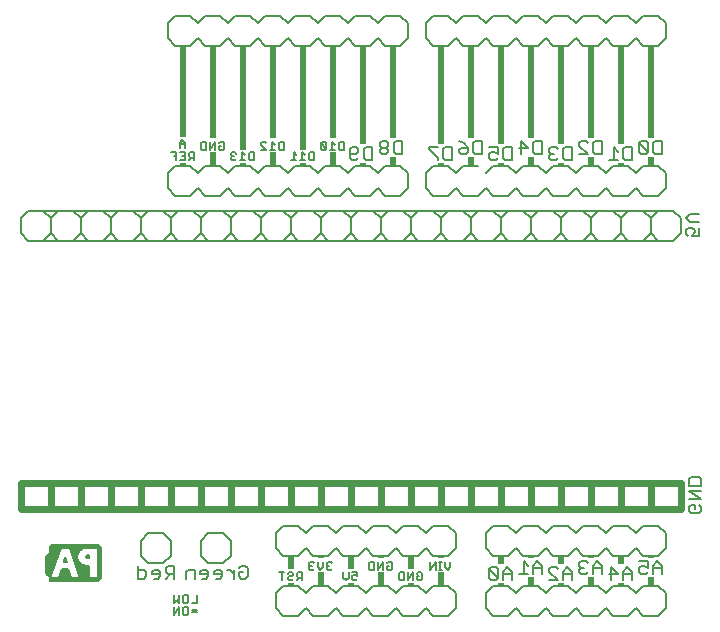
<source format=gbo>
G75*
G70*
%OFA0B0*%
%FSLAX24Y24*%
%IPPOS*%
%LPD*%
%AMOC8*
5,1,8,0,0,1.08239X$1,22.5*
%
%ADD10C,0.0080*%
%ADD11C,0.0220*%
%ADD12C,0.0240*%
%ADD13C,0.0050*%
%ADD14R,0.0200X0.0450*%
%ADD15R,0.0200X0.0100*%
%ADD16C,0.0070*%
%ADD17R,0.0200X0.0300*%
%ADD18R,0.0200X0.3100*%
%ADD19R,0.0200X0.3300*%
%ADD20R,0.0200X0.3500*%
%ADD21R,0.0200X0.3050*%
D10*
X004631Y002294D02*
X004841Y002294D01*
X004911Y002364D01*
X004911Y002504D01*
X004841Y002575D01*
X004631Y002575D01*
X004631Y002715D02*
X004631Y002294D01*
X005091Y002434D02*
X005371Y002434D01*
X005371Y002364D02*
X005371Y002504D01*
X005301Y002575D01*
X005161Y002575D01*
X005091Y002504D01*
X005091Y002434D01*
X005161Y002294D02*
X005301Y002294D01*
X005371Y002364D01*
X005551Y002294D02*
X005692Y002434D01*
X005622Y002434D02*
X005832Y002434D01*
X005832Y002294D02*
X005832Y002715D01*
X005622Y002715D01*
X005551Y002645D01*
X005551Y002504D01*
X005622Y002434D01*
X005472Y002804D02*
X004972Y002804D01*
X004722Y003054D01*
X004722Y003554D01*
X004972Y003804D01*
X005472Y003804D01*
X005722Y003554D01*
X005722Y003054D01*
X005472Y002804D01*
X006237Y002504D02*
X006237Y002294D01*
X006237Y002504D02*
X006307Y002575D01*
X006517Y002575D01*
X006517Y002294D01*
X006697Y002434D02*
X006977Y002434D01*
X006977Y002364D02*
X006977Y002504D01*
X006907Y002575D01*
X006767Y002575D01*
X006697Y002504D01*
X006697Y002434D01*
X006767Y002294D02*
X006907Y002294D01*
X006977Y002364D01*
X007158Y002434D02*
X007438Y002434D01*
X007438Y002364D02*
X007438Y002504D01*
X007368Y002575D01*
X007228Y002575D01*
X007158Y002504D01*
X007158Y002434D01*
X007228Y002294D02*
X007368Y002294D01*
X007438Y002364D01*
X007611Y002575D02*
X007681Y002575D01*
X007821Y002434D01*
X007821Y002294D02*
X007821Y002575D01*
X008001Y002645D02*
X008072Y002715D01*
X008212Y002715D01*
X008282Y002645D01*
X008282Y002364D01*
X008212Y002294D01*
X008072Y002294D01*
X008001Y002364D01*
X008001Y002504D01*
X008142Y002504D01*
X007722Y003054D02*
X007472Y002804D01*
X006972Y002804D01*
X006722Y003054D01*
X006722Y003554D01*
X006972Y003804D01*
X007472Y003804D01*
X007722Y003554D01*
X007722Y003054D01*
X009222Y003304D02*
X009472Y003054D01*
X009972Y003054D01*
X010222Y003304D01*
X010472Y003054D01*
X010972Y003054D01*
X011222Y003304D01*
X011472Y003054D01*
X011972Y003054D01*
X012222Y003304D01*
X012472Y003054D01*
X012972Y003054D01*
X013222Y003304D01*
X013472Y003054D01*
X013972Y003054D01*
X014222Y003304D01*
X014472Y003054D01*
X014972Y003054D01*
X015222Y003304D01*
X015222Y003804D01*
X014972Y004054D01*
X014472Y004054D01*
X014222Y003804D01*
X013972Y004054D01*
X013472Y004054D01*
X013222Y003804D01*
X012972Y004054D01*
X012472Y004054D01*
X012222Y003804D01*
X011972Y004054D01*
X011472Y004054D01*
X011222Y003804D01*
X010972Y004054D01*
X010472Y004054D01*
X010222Y003804D01*
X009972Y004054D01*
X009472Y004054D01*
X009222Y003804D01*
X009222Y003304D01*
X009472Y002054D02*
X009222Y001804D01*
X009222Y001304D01*
X009472Y001054D01*
X009972Y001054D01*
X010222Y001304D01*
X010472Y001054D01*
X010972Y001054D01*
X011222Y001304D01*
X011472Y001054D01*
X011972Y001054D01*
X012222Y001304D01*
X012472Y001054D01*
X012972Y001054D01*
X013222Y001304D01*
X013472Y001054D01*
X013972Y001054D01*
X014222Y001304D01*
X014472Y001054D01*
X014972Y001054D01*
X015222Y001304D01*
X015222Y001804D01*
X014972Y002054D01*
X014472Y002054D01*
X014222Y001804D01*
X013972Y002054D01*
X013472Y002054D01*
X013222Y001804D01*
X012972Y002054D01*
X012472Y002054D01*
X012222Y001804D01*
X011972Y002054D01*
X011472Y002054D01*
X011222Y001804D01*
X010972Y002054D01*
X010472Y002054D01*
X010222Y001804D01*
X009972Y002054D01*
X009472Y002054D01*
X016222Y001804D02*
X016222Y001304D01*
X016472Y001054D01*
X016972Y001054D01*
X017222Y001304D01*
X017472Y001054D01*
X017972Y001054D01*
X018222Y001304D01*
X018472Y001054D01*
X018972Y001054D01*
X019222Y001304D01*
X019472Y001054D01*
X019972Y001054D01*
X020222Y001304D01*
X020472Y001054D01*
X020972Y001054D01*
X021222Y001304D01*
X021472Y001054D01*
X021972Y001054D01*
X022222Y001304D01*
X022222Y001804D01*
X021972Y002054D01*
X021472Y002054D01*
X021222Y001804D01*
X020972Y002054D01*
X020472Y002054D01*
X020222Y001804D01*
X019972Y002054D01*
X019472Y002054D01*
X019222Y001804D01*
X018972Y002054D01*
X018472Y002054D01*
X018222Y001804D01*
X017972Y002054D01*
X017472Y002054D01*
X017222Y001804D01*
X016972Y002054D01*
X016472Y002054D01*
X016222Y001804D01*
X016472Y003054D02*
X016972Y003054D01*
X017222Y003304D01*
X017472Y003054D01*
X017972Y003054D01*
X018222Y003304D01*
X018472Y003054D01*
X018972Y003054D01*
X019222Y003304D01*
X019472Y003054D01*
X019972Y003054D01*
X020222Y003304D01*
X020472Y003054D01*
X020972Y003054D01*
X021222Y003304D01*
X021472Y003054D01*
X021972Y003054D01*
X022222Y003304D01*
X022222Y003804D01*
X021972Y004054D01*
X021472Y004054D01*
X021222Y003804D01*
X020972Y004054D01*
X020472Y004054D01*
X020222Y003804D01*
X019972Y004054D01*
X019472Y004054D01*
X019222Y003804D01*
X018972Y004054D01*
X018472Y004054D01*
X018222Y003804D01*
X017972Y004054D01*
X017472Y004054D01*
X017222Y003804D01*
X016972Y004054D01*
X016472Y004054D01*
X016222Y003804D01*
X016222Y003304D01*
X016472Y003054D01*
X022992Y004544D02*
X022992Y004684D01*
X023062Y004755D01*
X023202Y004755D01*
X023202Y004614D01*
X023342Y004474D02*
X023062Y004474D01*
X022992Y004544D01*
X023342Y004474D02*
X023412Y004544D01*
X023412Y004684D01*
X023342Y004755D01*
X023412Y004935D02*
X022992Y005215D01*
X023412Y005215D01*
X023412Y005395D02*
X023412Y005605D01*
X023342Y005675D01*
X023062Y005675D01*
X022992Y005605D01*
X022992Y005395D01*
X023412Y005395D01*
X023412Y004935D02*
X022992Y004935D01*
X022472Y013554D02*
X021472Y013554D01*
X021722Y013804D01*
X021972Y013554D01*
X021722Y013804D02*
X021722Y014304D01*
X021972Y014554D01*
X003972Y014554D01*
X004472Y014554D01*
X004722Y014304D01*
X004722Y013804D01*
X004472Y013554D01*
X003972Y013554D01*
X003722Y013804D01*
X003722Y014304D01*
X003472Y014554D01*
X002972Y014554D01*
X002722Y014304D01*
X002722Y013804D01*
X002472Y013554D01*
X001972Y013554D01*
X001722Y013804D01*
X001722Y014304D01*
X001472Y014554D01*
X000972Y014554D01*
X000722Y014304D01*
X000722Y013804D01*
X000972Y013554D01*
X001222Y013554D01*
X001472Y013554D01*
X001722Y013804D01*
X001722Y014304D02*
X001972Y014554D01*
X002472Y014554D01*
X002722Y014304D01*
X002722Y013804D02*
X002972Y013554D01*
X003472Y013554D01*
X003722Y013804D01*
X003722Y014304D02*
X003972Y014554D01*
X001222Y014554D01*
X001222Y013554D02*
X020972Y013554D01*
X021472Y013554D01*
X021222Y013554D02*
X020972Y013554D01*
X020722Y013804D01*
X020722Y014304D01*
X020472Y014554D01*
X019972Y014554D01*
X019722Y014304D01*
X019722Y013804D01*
X019472Y013554D01*
X018972Y013554D01*
X018722Y013804D01*
X018722Y014304D01*
X018472Y014554D01*
X017972Y014554D01*
X017722Y014304D01*
X017722Y013804D01*
X017472Y013554D01*
X016972Y013554D01*
X016722Y013804D01*
X016722Y014304D01*
X016472Y014554D01*
X015972Y014554D01*
X015722Y014304D01*
X015722Y013804D01*
X015472Y013554D01*
X014972Y013554D01*
X014722Y013804D01*
X014722Y014304D01*
X014472Y014554D01*
X013972Y014554D01*
X013722Y014304D01*
X013722Y013804D01*
X013472Y013554D01*
X012972Y013554D01*
X012722Y013804D01*
X012722Y014304D01*
X012472Y014554D01*
X011972Y014554D01*
X011722Y014304D01*
X011722Y013804D01*
X011472Y013554D01*
X010972Y013554D01*
X010722Y013804D01*
X010722Y014304D01*
X010472Y014554D01*
X009972Y014554D01*
X009722Y014304D01*
X009722Y013804D01*
X009472Y013554D01*
X008972Y013554D01*
X008722Y013804D01*
X008722Y014304D01*
X008472Y014554D01*
X007972Y014554D01*
X007722Y014304D01*
X007722Y013804D01*
X007472Y013554D01*
X006972Y013554D01*
X006722Y013804D01*
X006722Y014304D01*
X006472Y014554D01*
X005972Y014554D01*
X005722Y014304D01*
X005722Y013804D01*
X005472Y013554D01*
X004972Y013554D01*
X004722Y013804D01*
X004722Y014304D02*
X004972Y014554D01*
X005472Y014554D01*
X005722Y014304D01*
X005722Y013804D02*
X005972Y013554D01*
X006472Y013554D01*
X006722Y013804D01*
X006722Y014304D02*
X006972Y014554D01*
X007472Y014554D01*
X007722Y014304D01*
X007722Y013804D02*
X007972Y013554D01*
X008472Y013554D01*
X008722Y013804D01*
X008722Y014304D02*
X008972Y014554D01*
X009472Y014554D01*
X009722Y014304D01*
X009722Y013804D02*
X009972Y013554D01*
X010472Y013554D01*
X010722Y013804D01*
X010722Y014304D02*
X010972Y014554D01*
X011472Y014554D01*
X011722Y014304D01*
X011722Y013804D02*
X011972Y013554D01*
X012472Y013554D01*
X012722Y013804D01*
X012722Y014304D02*
X012972Y014554D01*
X013472Y014554D01*
X013722Y014304D01*
X013722Y013804D02*
X013972Y013554D01*
X014472Y013554D01*
X014722Y013804D01*
X014722Y014304D02*
X014972Y014554D01*
X015472Y014554D01*
X015722Y014304D01*
X015722Y013804D02*
X015972Y013554D01*
X016472Y013554D01*
X016722Y013804D01*
X016722Y014304D02*
X016972Y014554D01*
X017472Y014554D01*
X017722Y014304D01*
X017722Y013804D02*
X017972Y013554D01*
X018472Y013554D01*
X018722Y013804D01*
X018722Y014304D02*
X018972Y014554D01*
X019472Y014554D01*
X019722Y014304D01*
X019722Y013804D02*
X019972Y013554D01*
X020472Y013554D01*
X020722Y013804D01*
X020722Y014304D02*
X020972Y014554D01*
X021472Y014554D01*
X021722Y014304D01*
X021972Y014554D02*
X022472Y014554D01*
X022722Y014304D01*
X022722Y013804D01*
X022472Y013554D01*
X022902Y013784D02*
X022972Y013714D01*
X022902Y013784D02*
X022902Y013924D01*
X022972Y013995D01*
X023112Y013995D01*
X023182Y013924D01*
X023182Y013854D01*
X023112Y013714D01*
X023322Y013714D01*
X023322Y013995D01*
X023322Y014175D02*
X023042Y014175D01*
X022902Y014315D01*
X023042Y014455D01*
X023322Y014455D01*
X022222Y015304D02*
X022222Y015804D01*
X021972Y016054D01*
X021472Y016054D01*
X021222Y015804D01*
X020972Y016054D01*
X020472Y016054D01*
X020222Y015804D01*
X019972Y016054D01*
X019472Y016054D01*
X019222Y015804D01*
X018972Y016054D01*
X018472Y016054D01*
X018222Y015804D01*
X017972Y016054D01*
X017472Y016054D01*
X017222Y015804D01*
X016972Y016054D01*
X016472Y016054D01*
X016222Y015804D01*
X015972Y016054D02*
X015472Y016054D01*
X015222Y015804D01*
X014972Y016054D01*
X014472Y016054D01*
X014222Y015804D01*
X014222Y015304D01*
X014472Y015054D01*
X014972Y015054D01*
X015222Y015304D01*
X015472Y015054D01*
X015972Y015054D01*
X016222Y015304D01*
X016472Y015054D01*
X016972Y015054D01*
X017222Y015304D01*
X017472Y015054D01*
X017972Y015054D01*
X018222Y015304D01*
X018472Y015054D01*
X018972Y015054D01*
X019222Y015304D01*
X019472Y015054D01*
X019972Y015054D01*
X020222Y015304D01*
X020472Y015054D01*
X020972Y015054D01*
X021222Y015304D01*
X021472Y015054D01*
X021972Y015054D01*
X022222Y015304D01*
X021972Y014554D02*
X004472Y014554D01*
X005622Y015304D02*
X005872Y015054D01*
X006372Y015054D01*
X006622Y015304D01*
X006872Y015054D01*
X007372Y015054D01*
X007622Y015304D01*
X007872Y015054D01*
X008372Y015054D01*
X008622Y015304D01*
X008872Y015054D01*
X009372Y015054D01*
X009622Y015304D01*
X009872Y015054D01*
X010372Y015054D01*
X010622Y015304D01*
X010872Y015054D01*
X011372Y015054D01*
X011622Y015304D01*
X011872Y015054D01*
X012372Y015054D01*
X012622Y015304D01*
X012872Y015054D01*
X013372Y015054D01*
X013622Y015304D01*
X013622Y015804D01*
X013372Y016054D01*
X012872Y016054D01*
X012622Y015804D01*
X012372Y016054D01*
X011872Y016054D01*
X011622Y015804D01*
X011372Y016054D01*
X010872Y016054D01*
X010622Y015804D01*
X010372Y016054D01*
X009872Y016054D01*
X009622Y015804D01*
X009372Y016054D01*
X008872Y016054D01*
X008622Y015804D01*
X008372Y016054D01*
X007872Y016054D01*
X007622Y015804D01*
X007372Y016054D01*
X006872Y016054D01*
X006622Y015804D01*
X006372Y016054D01*
X005872Y016054D01*
X005622Y015804D01*
X005622Y015304D01*
X005872Y020054D02*
X006372Y020054D01*
X006622Y020304D01*
X006872Y020054D01*
X007372Y020054D01*
X007622Y020304D01*
X007872Y020054D01*
X008372Y020054D01*
X008622Y020304D01*
X008872Y020054D01*
X009372Y020054D01*
X009622Y020304D01*
X009872Y020054D01*
X010372Y020054D01*
X010622Y020304D01*
X010872Y020054D01*
X011372Y020054D01*
X011622Y020304D01*
X011872Y020054D01*
X012372Y020054D01*
X012622Y020304D01*
X012872Y020054D01*
X013372Y020054D01*
X013622Y020304D01*
X013622Y020804D01*
X013372Y021054D01*
X012872Y021054D01*
X012622Y020804D01*
X012372Y021054D01*
X011872Y021054D01*
X011622Y020804D01*
X011372Y021054D01*
X010872Y021054D01*
X010622Y020804D01*
X010372Y021054D01*
X009872Y021054D01*
X009622Y020804D01*
X009372Y021054D01*
X008872Y021054D01*
X008622Y020804D01*
X008372Y021054D01*
X007872Y021054D01*
X007622Y020804D01*
X007372Y021054D01*
X006872Y021054D01*
X006622Y020804D01*
X006372Y021054D01*
X005872Y021054D01*
X005622Y020804D01*
X005622Y020304D01*
X005872Y020054D01*
X014222Y020304D02*
X014472Y020054D01*
X014972Y020054D01*
X015222Y020304D01*
X015472Y020054D01*
X015972Y020054D01*
X016222Y020304D01*
X016472Y020054D01*
X016972Y020054D01*
X017222Y020304D01*
X017472Y020054D01*
X017972Y020054D01*
X018222Y020304D01*
X018472Y020054D01*
X018972Y020054D01*
X019222Y020304D01*
X019472Y020054D01*
X019972Y020054D01*
X020222Y020304D01*
X020472Y020054D01*
X020972Y020054D01*
X021222Y020304D01*
X021472Y020054D01*
X021972Y020054D01*
X022222Y020304D01*
X022222Y020804D01*
X021972Y021054D01*
X021472Y021054D01*
X021222Y020804D01*
X020972Y021054D01*
X020472Y021054D01*
X020222Y020804D01*
X019972Y021054D01*
X019472Y021054D01*
X019222Y020804D01*
X018972Y021054D01*
X018472Y021054D01*
X018222Y020804D01*
X017972Y021054D01*
X017472Y021054D01*
X017222Y020804D01*
X016972Y021054D01*
X016472Y021054D01*
X016222Y020804D01*
X015972Y021054D01*
X015472Y021054D01*
X015222Y020804D01*
X014972Y021054D01*
X014472Y021054D01*
X014222Y020804D01*
X014222Y020304D01*
X021222Y014554D02*
X021972Y014554D01*
D11*
X022722Y005484D02*
X000722Y005484D01*
X000722Y004624D02*
X022722Y004624D01*
D12*
X022722Y004654D02*
X022722Y005454D01*
X021722Y005454D02*
X021722Y004654D01*
X020722Y004654D02*
X020722Y005454D01*
X019722Y005454D02*
X019722Y004654D01*
X018722Y004654D02*
X018722Y005454D01*
X017722Y005454D02*
X017722Y004654D01*
X016722Y004654D02*
X016722Y005454D01*
X015722Y005454D02*
X015722Y004654D01*
X014722Y004654D02*
X014722Y005454D01*
X013722Y005454D02*
X013722Y004654D01*
X012722Y004654D02*
X012722Y005454D01*
X011722Y005454D02*
X011722Y004654D01*
X010722Y004654D02*
X010722Y005454D01*
X009722Y005454D02*
X009722Y004654D01*
X008722Y004654D02*
X008722Y005454D01*
X007722Y005454D02*
X007722Y004654D01*
X006722Y004654D02*
X006722Y005454D01*
X005722Y005454D02*
X005722Y004654D01*
X004722Y004654D02*
X004722Y005454D01*
X003722Y005454D02*
X003722Y004654D01*
X002722Y004654D02*
X002722Y005454D01*
X001722Y005454D02*
X001722Y004654D01*
X000722Y004654D02*
X000722Y005454D01*
D13*
X001702Y002224D02*
X003302Y002224D01*
X003352Y002274D01*
X001702Y002274D01*
X001702Y002224D01*
X001702Y002274D02*
X001702Y002324D01*
X001752Y002474D01*
X001702Y002474D01*
X001652Y002474D01*
X001602Y002474D01*
X001802Y003324D01*
X001802Y003274D01*
X001702Y003274D01*
X001702Y003224D01*
X001802Y003224D01*
X001802Y003174D01*
X001702Y003174D01*
X001702Y003124D01*
X001652Y003124D01*
X001602Y003074D01*
X001552Y003024D01*
X001752Y003024D01*
X001752Y002974D01*
X001552Y002974D01*
X001552Y002924D01*
X001752Y002924D01*
X001752Y002874D01*
X001552Y002874D01*
X001552Y002824D01*
X001702Y002824D01*
X001702Y002774D01*
X001552Y002774D01*
X001552Y002724D01*
X001652Y002724D01*
X001652Y002674D01*
X001552Y002674D01*
X001552Y002624D01*
X001652Y002624D01*
X001652Y002574D01*
X001552Y002574D01*
X001552Y002524D01*
X001652Y002524D01*
X001652Y002474D01*
X001902Y003324D01*
X001852Y003324D01*
X001602Y002474D01*
X001552Y002474D01*
X001602Y002424D01*
X001702Y002424D01*
X001702Y002374D01*
X001702Y002524D01*
X001702Y002474D02*
X001952Y003324D01*
X001902Y003324D01*
X001952Y003324D02*
X002002Y003324D01*
X001702Y002324D01*
X002052Y003324D01*
X002002Y003324D01*
X002052Y003324D02*
X002352Y003324D01*
X002702Y002324D01*
X002402Y003324D01*
X002452Y003324D01*
X002602Y003074D01*
X002502Y003324D01*
X002602Y003174D01*
X002602Y003224D01*
X002602Y003324D01*
X002652Y003324D01*
X002652Y003274D01*
X002602Y003224D01*
X002652Y003224D01*
X002752Y003324D01*
X002702Y003324D01*
X002652Y003274D01*
X002652Y003224D02*
X002602Y003324D01*
X002552Y003324D01*
X002652Y003224D01*
X002602Y003174D01*
X002552Y003324D01*
X002502Y003324D01*
X002452Y003324D01*
X002602Y002974D01*
X002602Y002874D02*
X002852Y002324D01*
X002652Y002824D01*
X002902Y002324D01*
X002702Y002774D01*
X002902Y002424D01*
X002752Y002724D01*
X002902Y002524D01*
X002802Y002724D01*
X002902Y002624D01*
X002902Y002724D01*
X002852Y002724D01*
X002902Y002624D01*
X002902Y002524D01*
X002902Y002424D01*
X002902Y002324D01*
X002952Y002324D01*
X002952Y002724D01*
X002902Y002724D01*
X002952Y002724D02*
X003002Y002724D01*
X003002Y002324D01*
X003302Y002324D01*
X003302Y003374D01*
X001702Y003374D01*
X001702Y003324D01*
X001802Y003324D01*
X001852Y003324D01*
X001752Y003424D02*
X001702Y003374D01*
X001702Y003324D02*
X001702Y003274D01*
X001702Y003224D02*
X001702Y003174D01*
X001652Y003124D01*
X001702Y003124D02*
X001752Y003124D01*
X001752Y003074D01*
X001602Y003074D01*
X001552Y003024D02*
X001552Y002974D01*
X001552Y002924D02*
X001552Y002874D01*
X001552Y002824D02*
X001552Y002774D01*
X001552Y002724D02*
X001552Y002674D01*
X001552Y002624D02*
X001552Y002574D01*
X001552Y002524D02*
X001552Y002474D01*
X001602Y002424D02*
X001652Y002374D01*
X001702Y002374D01*
X001702Y002324D02*
X002002Y002324D01*
X002102Y002624D01*
X002202Y002324D01*
X002152Y002324D01*
X002102Y002574D01*
X002102Y002524D01*
X002052Y002324D01*
X002102Y002324D01*
X002102Y002524D01*
X002102Y002624D02*
X002152Y002624D01*
X002252Y002324D01*
X002302Y002324D01*
X002202Y002624D01*
X002252Y002624D01*
X002352Y002324D01*
X002402Y002324D01*
X002302Y002624D01*
X002252Y002624D01*
X002202Y002624D02*
X002152Y002624D01*
X002152Y002849D02*
X002202Y003024D01*
X002252Y002849D01*
X002152Y002849D01*
X002202Y002874D02*
X002202Y002974D01*
X002352Y003324D02*
X002402Y003324D01*
X002452Y003324D02*
X002752Y002324D01*
X002802Y002324D01*
X002602Y002874D01*
X002902Y002724D02*
X002868Y002726D01*
X002835Y002732D01*
X002803Y002741D01*
X002772Y002754D01*
X002742Y002770D01*
X002715Y002789D01*
X002690Y002812D01*
X002667Y002837D01*
X002648Y002864D01*
X002632Y002894D01*
X002619Y002925D01*
X002610Y002957D01*
X002604Y002990D01*
X002602Y003024D01*
X002604Y003058D01*
X002610Y003091D01*
X002619Y003123D01*
X002632Y003154D01*
X002648Y003184D01*
X002667Y003211D01*
X002690Y003236D01*
X002715Y003259D01*
X002742Y003278D01*
X002772Y003294D01*
X002803Y003307D01*
X002835Y003316D01*
X002868Y003322D01*
X002902Y003324D01*
X002752Y003324D01*
X002702Y003324D02*
X002652Y003324D01*
X002902Y003324D02*
X003352Y003324D01*
X003352Y002324D01*
X003402Y002324D01*
X003352Y002274D01*
X003352Y002324D02*
X003302Y002324D01*
X003402Y002324D02*
X003402Y003324D01*
X003352Y003324D01*
X003402Y003324D02*
X003352Y003374D01*
X003302Y003374D01*
X003352Y003374D02*
X003302Y003424D01*
X001752Y003424D01*
X001652Y002374D02*
X001702Y002324D01*
X002002Y002324D02*
X002052Y002324D01*
X002102Y002324D02*
X002152Y002324D01*
X002202Y002324D02*
X002252Y002324D01*
X002302Y002324D02*
X002352Y002324D01*
X002402Y002324D02*
X002702Y002324D01*
X002752Y002324D01*
X002802Y002324D02*
X002852Y002324D01*
X002902Y002324D01*
X002952Y002324D02*
X003002Y002324D01*
X003002Y002974D02*
X002952Y002974D01*
X002952Y003024D01*
X002952Y003074D02*
X002939Y003072D01*
X002927Y003067D01*
X002917Y003059D01*
X002909Y003049D01*
X002904Y003037D01*
X002902Y003024D01*
X002904Y003011D01*
X002909Y002999D01*
X002917Y002989D01*
X002927Y002981D01*
X002939Y002976D01*
X002952Y002974D01*
X003002Y002974D02*
X003002Y003024D01*
X002952Y003024D01*
X002952Y003074D01*
X003002Y003074D01*
X003002Y003024D01*
X005827Y001750D02*
X005827Y001479D01*
X005917Y001569D01*
X006007Y001479D01*
X006007Y001750D01*
X006122Y001704D02*
X006167Y001750D01*
X006257Y001750D01*
X006302Y001704D01*
X006302Y001524D01*
X006257Y001479D01*
X006167Y001479D01*
X006122Y001524D01*
X006122Y001704D01*
X006167Y001350D02*
X006122Y001304D01*
X006122Y001124D01*
X006167Y001079D01*
X006257Y001079D01*
X006302Y001124D01*
X006302Y001304D01*
X006257Y001350D01*
X006167Y001350D01*
X006007Y001350D02*
X005827Y001079D01*
X005827Y001350D01*
X006007Y001350D02*
X006007Y001079D01*
X006417Y001169D02*
X006597Y001169D01*
X006597Y001259D02*
X006417Y001259D01*
X006417Y001479D02*
X006597Y001479D01*
X006597Y001750D01*
X009327Y002500D02*
X009507Y002500D01*
X009417Y002500D02*
X009417Y002229D01*
X009622Y002274D02*
X009667Y002229D01*
X009757Y002229D01*
X009802Y002274D01*
X009757Y002364D02*
X009667Y002364D01*
X009622Y002319D01*
X009622Y002274D01*
X009757Y002364D02*
X009802Y002409D01*
X009802Y002454D01*
X009757Y002500D01*
X009667Y002500D01*
X009622Y002454D01*
X009917Y002454D02*
X009917Y002364D01*
X009962Y002319D01*
X010097Y002319D01*
X010097Y002229D02*
X010097Y002500D01*
X009962Y002500D01*
X009917Y002454D01*
X010007Y002319D02*
X009917Y002229D01*
X010327Y002624D02*
X010372Y002579D01*
X010462Y002579D01*
X010507Y002624D01*
X010622Y002669D02*
X010622Y002850D01*
X010507Y002804D02*
X010462Y002850D01*
X010372Y002850D01*
X010327Y002804D01*
X010327Y002759D01*
X010372Y002714D01*
X010327Y002669D01*
X010327Y002624D01*
X010372Y002714D02*
X010417Y002714D01*
X010622Y002669D02*
X010712Y002579D01*
X010802Y002669D01*
X010802Y002850D01*
X010917Y002804D02*
X010917Y002759D01*
X010962Y002714D01*
X010917Y002669D01*
X010917Y002624D01*
X010962Y002579D01*
X011052Y002579D01*
X011097Y002624D01*
X011007Y002714D02*
X010962Y002714D01*
X010917Y002804D02*
X010962Y002850D01*
X011052Y002850D01*
X011097Y002804D01*
X011472Y002500D02*
X011472Y002319D01*
X011562Y002229D01*
X011652Y002319D01*
X011652Y002500D01*
X011767Y002500D02*
X011947Y002500D01*
X011947Y002364D01*
X011857Y002409D01*
X011812Y002409D01*
X011767Y002364D01*
X011767Y002274D01*
X011812Y002229D01*
X011902Y002229D01*
X011947Y002274D01*
X012327Y002624D02*
X012327Y002804D01*
X012372Y002850D01*
X012507Y002850D01*
X012507Y002579D01*
X012372Y002579D01*
X012327Y002624D01*
X012622Y002579D02*
X012622Y002850D01*
X012802Y002850D02*
X012622Y002579D01*
X012802Y002579D02*
X012802Y002850D01*
X012917Y002804D02*
X012962Y002850D01*
X013052Y002850D01*
X013097Y002804D01*
X013097Y002624D01*
X013052Y002579D01*
X012962Y002579D01*
X012917Y002624D01*
X012917Y002714D01*
X013007Y002714D01*
X013327Y002454D02*
X013372Y002500D01*
X013507Y002500D01*
X013507Y002229D01*
X013372Y002229D01*
X013327Y002274D01*
X013327Y002454D01*
X013622Y002500D02*
X013622Y002229D01*
X013802Y002500D01*
X013802Y002229D01*
X013917Y002274D02*
X013917Y002364D01*
X014007Y002364D01*
X014097Y002454D02*
X014097Y002274D01*
X014052Y002229D01*
X013962Y002229D01*
X013917Y002274D01*
X013917Y002454D02*
X013962Y002500D01*
X014052Y002500D01*
X014097Y002454D01*
X014376Y002579D02*
X014376Y002850D01*
X014556Y002850D02*
X014376Y002579D01*
X014556Y002579D02*
X014556Y002850D01*
X014662Y002850D02*
X014752Y002850D01*
X014707Y002850D02*
X014707Y002579D01*
X014752Y002579D02*
X014662Y002579D01*
X014867Y002669D02*
X014867Y002850D01*
X015047Y002850D02*
X015047Y002669D01*
X014957Y002579D01*
X014867Y002669D01*
X010497Y016229D02*
X010362Y016229D01*
X010317Y016274D01*
X010317Y016454D01*
X010362Y016500D01*
X010497Y016500D01*
X010497Y016229D01*
X010202Y016229D02*
X010022Y016229D01*
X010112Y016229D02*
X010112Y016500D01*
X010202Y016409D01*
X009907Y016409D02*
X009817Y016500D01*
X009817Y016229D01*
X009907Y016229D02*
X009727Y016229D01*
X009497Y016579D02*
X009362Y016579D01*
X009317Y016624D01*
X009317Y016804D01*
X009362Y016850D01*
X009497Y016850D01*
X009497Y016579D01*
X009202Y016579D02*
X009022Y016579D01*
X009112Y016579D02*
X009112Y016850D01*
X009202Y016759D01*
X008907Y016804D02*
X008862Y016850D01*
X008772Y016850D01*
X008727Y016804D01*
X008727Y016759D01*
X008907Y016579D01*
X008727Y016579D01*
X008497Y016500D02*
X008497Y016229D01*
X008362Y016229D01*
X008317Y016274D01*
X008317Y016454D01*
X008362Y016500D01*
X008497Y016500D01*
X008202Y016409D02*
X008112Y016500D01*
X008112Y016229D01*
X008202Y016229D02*
X008022Y016229D01*
X007907Y016274D02*
X007862Y016229D01*
X007772Y016229D01*
X007727Y016274D01*
X007727Y016319D01*
X007772Y016364D01*
X007817Y016364D01*
X007772Y016364D02*
X007727Y016409D01*
X007727Y016454D01*
X007772Y016500D01*
X007862Y016500D01*
X007907Y016454D01*
X007497Y016624D02*
X007452Y016579D01*
X007362Y016579D01*
X007317Y016624D01*
X007317Y016714D01*
X007407Y016714D01*
X007497Y016804D02*
X007497Y016624D01*
X007497Y016804D02*
X007452Y016850D01*
X007362Y016850D01*
X007317Y016804D01*
X007202Y016850D02*
X007022Y016579D01*
X007022Y016850D01*
X006907Y016850D02*
X006907Y016579D01*
X006772Y016579D01*
X006727Y016624D01*
X006727Y016804D01*
X006772Y016850D01*
X006907Y016850D01*
X006497Y016500D02*
X006362Y016500D01*
X006317Y016454D01*
X006317Y016364D01*
X006362Y016319D01*
X006497Y016319D01*
X006497Y016229D02*
X006497Y016500D01*
X006407Y016319D02*
X006317Y016229D01*
X006202Y016229D02*
X006022Y016229D01*
X005907Y016229D02*
X005907Y016500D01*
X005727Y016500D01*
X005817Y016364D02*
X005907Y016364D01*
X006022Y016500D02*
X006202Y016500D01*
X006202Y016229D01*
X006202Y016364D02*
X006112Y016364D01*
X006197Y016629D02*
X006197Y016809D01*
X006107Y016900D01*
X006017Y016809D01*
X006017Y016629D01*
X006017Y016764D02*
X006197Y016764D01*
X007202Y016850D02*
X007202Y016579D01*
X010727Y016624D02*
X010772Y016579D01*
X010862Y016579D01*
X010907Y016624D01*
X010727Y016804D01*
X010727Y016624D01*
X010907Y016624D02*
X010907Y016804D01*
X010862Y016850D01*
X010772Y016850D01*
X010727Y016804D01*
X011022Y016579D02*
X011202Y016579D01*
X011112Y016579D02*
X011112Y016850D01*
X011202Y016759D01*
X011317Y016804D02*
X011362Y016850D01*
X011497Y016850D01*
X011497Y016579D01*
X011362Y016579D01*
X011317Y016624D01*
X011317Y016804D01*
D14*
X011122Y016279D03*
X009122Y016279D03*
X007122Y016279D03*
X009722Y002829D03*
X010722Y002279D03*
X011722Y002829D03*
X012722Y002279D03*
X013722Y002829D03*
X014722Y002279D03*
D15*
X014722Y003004D03*
X013722Y002104D03*
X012722Y003004D03*
X011722Y002104D03*
X010722Y003004D03*
X009722Y002104D03*
X016722Y002104D03*
X017722Y003004D03*
X018722Y002104D03*
X019722Y003004D03*
X020722Y002104D03*
X021722Y003004D03*
X020722Y016104D03*
X018722Y016104D03*
X016722Y016104D03*
X014722Y016104D03*
X012122Y016104D03*
X010122Y016104D03*
X008122Y016104D03*
X006122Y016104D03*
D16*
X011689Y016311D02*
X011689Y016598D01*
X011761Y016670D01*
X011905Y016670D01*
X011976Y016598D01*
X011976Y016526D01*
X011905Y016454D01*
X011689Y016454D01*
X011689Y016311D02*
X011761Y016239D01*
X011905Y016239D01*
X011976Y016311D01*
X012150Y016311D02*
X012150Y016598D01*
X012222Y016670D01*
X012437Y016670D01*
X012437Y016239D01*
X012222Y016239D01*
X012150Y016311D01*
X012689Y016511D02*
X012761Y016439D01*
X012905Y016439D01*
X012976Y016511D01*
X012976Y016583D01*
X012905Y016654D01*
X012761Y016654D01*
X012689Y016583D01*
X012689Y016511D01*
X012761Y016654D02*
X012689Y016726D01*
X012689Y016798D01*
X012761Y016870D01*
X012905Y016870D01*
X012976Y016798D01*
X012976Y016726D01*
X012905Y016654D01*
X013150Y016511D02*
X013222Y016439D01*
X013437Y016439D01*
X013437Y016870D01*
X013222Y016870D01*
X013150Y016798D01*
X013150Y016511D01*
X014339Y016598D02*
X014626Y016311D01*
X014626Y016239D01*
X014800Y016311D02*
X014800Y016598D01*
X014872Y016670D01*
X015087Y016670D01*
X015087Y016239D01*
X014872Y016239D01*
X014800Y016311D01*
X014626Y016670D02*
X014339Y016670D01*
X014339Y016598D01*
X015339Y016583D02*
X015411Y016654D01*
X015626Y016654D01*
X015626Y016511D01*
X015555Y016439D01*
X015411Y016439D01*
X015339Y016511D01*
X015339Y016583D01*
X015483Y016798D02*
X015339Y016870D01*
X015483Y016798D02*
X015626Y016654D01*
X015800Y016511D02*
X015800Y016798D01*
X015872Y016870D01*
X016087Y016870D01*
X016087Y016439D01*
X015872Y016439D01*
X015800Y016511D01*
X016339Y016454D02*
X016339Y016311D01*
X016411Y016239D01*
X016555Y016239D01*
X016626Y016311D01*
X016626Y016454D02*
X016483Y016526D01*
X016411Y016526D01*
X016339Y016454D01*
X016339Y016670D02*
X016626Y016670D01*
X016626Y016454D01*
X016800Y016311D02*
X016800Y016598D01*
X016872Y016670D01*
X017087Y016670D01*
X017087Y016239D01*
X016872Y016239D01*
X016800Y016311D01*
X017411Y016439D02*
X017411Y016870D01*
X017626Y016654D01*
X017339Y016654D01*
X017800Y016511D02*
X017800Y016798D01*
X017872Y016870D01*
X018087Y016870D01*
X018087Y016439D01*
X017872Y016439D01*
X017800Y016511D01*
X018339Y016526D02*
X018411Y016454D01*
X018339Y016383D01*
X018339Y016311D01*
X018411Y016239D01*
X018555Y016239D01*
X018626Y016311D01*
X018800Y016311D02*
X018800Y016598D01*
X018872Y016670D01*
X019087Y016670D01*
X019087Y016239D01*
X018872Y016239D01*
X018800Y016311D01*
X018626Y016598D02*
X018555Y016670D01*
X018411Y016670D01*
X018339Y016598D01*
X018339Y016526D01*
X018411Y016454D02*
X018483Y016454D01*
X019339Y016439D02*
X019626Y016439D01*
X019339Y016726D01*
X019339Y016798D01*
X019411Y016870D01*
X019555Y016870D01*
X019626Y016798D01*
X019800Y016798D02*
X019872Y016870D01*
X020087Y016870D01*
X020087Y016439D01*
X019872Y016439D01*
X019800Y016511D01*
X019800Y016798D01*
X020483Y016670D02*
X020483Y016239D01*
X020626Y016239D02*
X020339Y016239D01*
X020626Y016526D02*
X020483Y016670D01*
X020800Y016598D02*
X020800Y016311D01*
X020872Y016239D01*
X021087Y016239D01*
X021087Y016670D01*
X020872Y016670D01*
X020800Y016598D01*
X021339Y016511D02*
X021411Y016439D01*
X021555Y016439D01*
X021626Y016511D01*
X021339Y016798D01*
X021339Y016511D01*
X021339Y016798D02*
X021411Y016870D01*
X021555Y016870D01*
X021626Y016798D01*
X021626Y016511D01*
X021800Y016511D02*
X021872Y016439D01*
X022087Y016439D01*
X022087Y016870D01*
X021872Y016870D01*
X021800Y016798D01*
X021800Y016511D01*
X021943Y002870D02*
X021800Y002726D01*
X021800Y002439D01*
X021626Y002511D02*
X021555Y002439D01*
X021411Y002439D01*
X021339Y002511D01*
X021339Y002654D01*
X021411Y002726D01*
X021483Y002726D01*
X021626Y002654D01*
X021626Y002870D01*
X021339Y002870D01*
X021087Y002526D02*
X020943Y002670D01*
X020800Y002526D01*
X020800Y002239D01*
X020800Y002454D02*
X021087Y002454D01*
X021087Y002526D02*
X021087Y002239D01*
X020626Y002454D02*
X020339Y002454D01*
X020411Y002239D02*
X020411Y002670D01*
X020626Y002454D01*
X020087Y002439D02*
X020087Y002726D01*
X019943Y002870D01*
X019800Y002726D01*
X019800Y002439D01*
X019626Y002511D02*
X019555Y002439D01*
X019411Y002439D01*
X019339Y002511D01*
X019339Y002583D01*
X019411Y002654D01*
X019483Y002654D01*
X019411Y002654D02*
X019339Y002726D01*
X019339Y002798D01*
X019411Y002870D01*
X019555Y002870D01*
X019626Y002798D01*
X019800Y002654D02*
X020087Y002654D01*
X019087Y002526D02*
X019087Y002239D01*
X019087Y002454D02*
X018800Y002454D01*
X018800Y002526D02*
X018800Y002239D01*
X018626Y002239D02*
X018339Y002526D01*
X018339Y002598D01*
X018411Y002670D01*
X018555Y002670D01*
X018626Y002598D01*
X018800Y002526D02*
X018943Y002670D01*
X019087Y002526D01*
X018626Y002239D02*
X018339Y002239D01*
X018087Y002439D02*
X018087Y002726D01*
X017943Y002870D01*
X017800Y002726D01*
X017800Y002439D01*
X017626Y002439D02*
X017339Y002439D01*
X017483Y002439D02*
X017483Y002870D01*
X017626Y002726D01*
X017800Y002654D02*
X018087Y002654D01*
X017087Y002526D02*
X017087Y002239D01*
X017087Y002454D02*
X016800Y002454D01*
X016800Y002526D02*
X016800Y002239D01*
X016626Y002311D02*
X016339Y002598D01*
X016339Y002311D01*
X016411Y002239D01*
X016555Y002239D01*
X016626Y002311D01*
X016626Y002598D01*
X016555Y002670D01*
X016411Y002670D01*
X016339Y002598D01*
X016800Y002526D02*
X016943Y002670D01*
X017087Y002526D01*
X021800Y002654D02*
X022087Y002654D01*
X022087Y002726D02*
X021943Y002870D01*
X022087Y002726D02*
X022087Y002439D01*
D17*
X021722Y002204D03*
X020722Y002904D03*
X019722Y002204D03*
X018722Y002904D03*
X017722Y002204D03*
X016722Y002904D03*
X017722Y016204D03*
X019722Y016204D03*
X021722Y016204D03*
X015722Y016204D03*
X013122Y016204D03*
D18*
X013122Y018504D03*
X011122Y018504D03*
X009122Y018504D03*
X007122Y018504D03*
X015722Y018504D03*
X017722Y018504D03*
X019722Y018504D03*
X021722Y018504D03*
D19*
X020722Y018404D03*
X018722Y018404D03*
X016722Y018404D03*
X014722Y018404D03*
X012122Y018404D03*
D20*
X010122Y018304D03*
X008122Y018304D03*
D21*
X006122Y018529D03*
M02*

</source>
